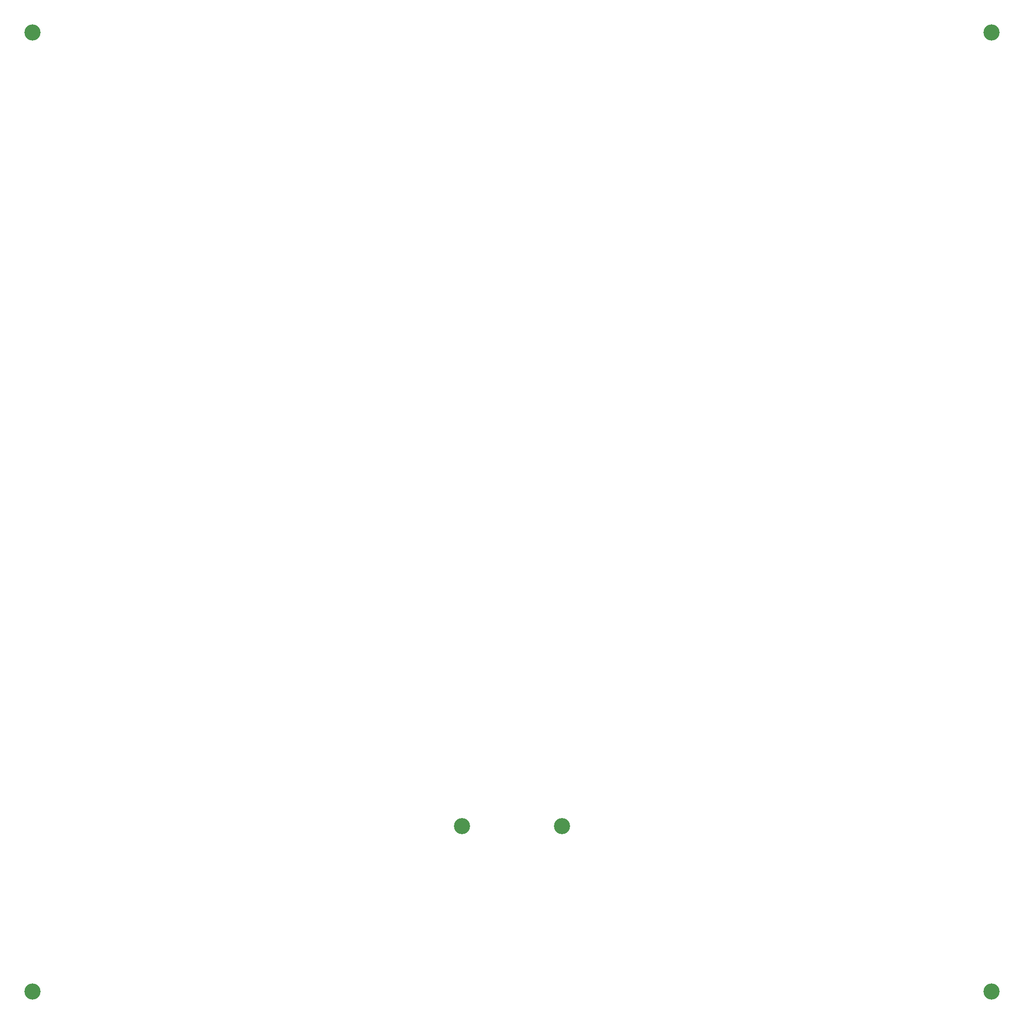
<source format=gbr>
%TF.GenerationSoftware,KiCad,Pcbnew,7.0.7*%
%TF.CreationDate,2024-07-17T17:03:53+10:00*%
%TF.ProjectId,MIDIAutomationSequencerFP,4d494449-4175-4746-9f6d-6174696f6e53,rev?*%
%TF.SameCoordinates,Original*%
%TF.FileFunction,Soldermask,Bot*%
%TF.FilePolarity,Negative*%
%FSLAX46Y46*%
G04 Gerber Fmt 4.6, Leading zero omitted, Abs format (unit mm)*
G04 Created by KiCad (PCBNEW 7.0.7) date 2024-07-17 17:03:53*
%MOMM*%
%LPD*%
G01*
G04 APERTURE LIST*
%ADD10C,3.200000*%
G04 APERTURE END LIST*
D10*
%TO.C,REF\u002A\u002A*%
X291592000Y-55880000D03*
%TD*%
%TO.C,REF\u002A\u002A*%
X206502000Y-213106000D03*
%TD*%
%TO.C,REF\u002A\u002A*%
X101600000Y-55880000D03*
%TD*%
%TO.C,REF\u002A\u002A*%
X186690000Y-213106000D03*
%TD*%
%TO.C,REF\u002A\u002A*%
X291592000Y-245872000D03*
%TD*%
%TO.C,REF\u002A\u002A*%
X101600000Y-245872000D03*
%TD*%
M02*

</source>
